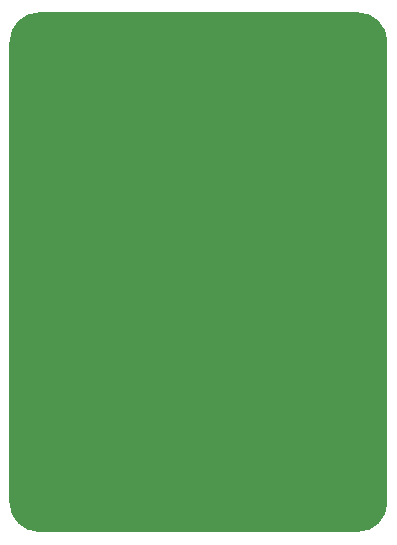
<source format=gbr>
G04 DipTrace 3.1.0.1*
G04 lt3757_nixie_power_supply_nosnub-route-5.Board.gbr*
%MOIN*%
G04 #@! TF.FileFunction,Drawing,Board polygon*
G04 #@! TF.Part,Single*
%FSLAX26Y26*%
G04*
G70*
G90*
G75*
G01*
G04 BoardPoly*
%LPD*%
G36*
X492441Y394016D2*
X1555433D1*
G03X1653858Y492441I0J98425D01*
G01*
Y2027874D1*
G03X1555433Y2126299I-98425J0D01*
G01*
X492441D1*
G03X394016Y2027874I0J-98425D01*
G01*
Y492441D1*
G03X492441Y394016I98425J0D01*
G01*
G37*
M02*

</source>
